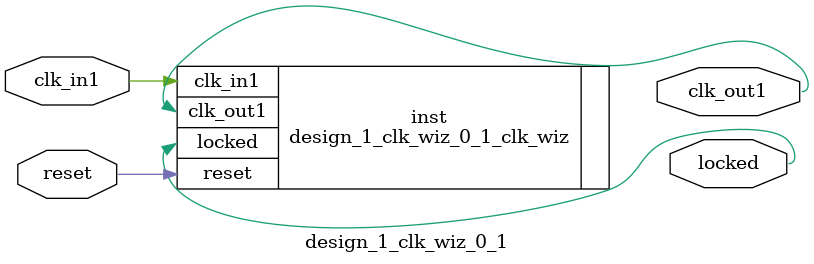
<source format=v>


`timescale 1ps/1ps

(* CORE_GENERATION_INFO = "design_1_clk_wiz_0_1,clk_wiz_v6_0_13_0_0,{component_name=design_1_clk_wiz_0_1,use_phase_alignment=true,use_min_o_jitter=false,use_max_i_jitter=false,use_dyn_phase_shift=false,use_inclk_switchover=false,use_dyn_reconfig=false,enable_axi=0,feedback_source=FDBK_AUTO,PRIMITIVE=MMCM,num_out_clk=1,clkin1_period=50.000,clkin2_period=10.0,use_power_down=false,use_reset=true,use_locked=true,use_inclk_stopped=false,feedback_type=SINGLE,CLOCK_MGR_TYPE=NA,manual_override=false}" *)

module design_1_clk_wiz_0_1 
 (
  // Clock out ports
  output        clk_out1,
  // Status and control signals
  input         reset,
  output        locked,
 // Clock in ports
  input         clk_in1
 );

  design_1_clk_wiz_0_1_clk_wiz inst
  (
  // Clock out ports  
  .clk_out1(clk_out1),
  // Status and control signals               
  .reset(reset), 
  .locked(locked),
 // Clock in ports
  .clk_in1(clk_in1)
  );

endmodule

</source>
